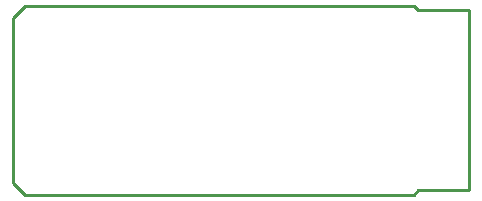
<source format=gm1>
%FSLAX44Y44*%
%MOMM*%
G71*
G01*
G75*
G04 Layer_Color=16711935*
%ADD10C,0.3000*%
%ADD11C,0.4000*%
%ADD12R,1.0000X1.0000*%
%ADD13R,2.1000X1.0000*%
%ADD14R,0.6000X0.6000*%
%ADD15R,3.9400X0.5000*%
%ADD16R,0.5000X2.0000*%
%ADD17R,2.6400X0.5000*%
%ADD18R,4.9000X0.5000*%
%ADD19R,0.5000X5.0000*%
%ADD20R,4.9000X0.9000*%
%ADD21R,0.5000X2.7000*%
%ADD22R,2.2000X1.0500*%
%ADD23R,1.0500X1.0000*%
%ADD24R,0.7500X0.6500*%
%ADD25R,0.2500X0.4000*%
%ADD26O,0.7500X0.2800*%
%ADD27O,0.2800X0.7500*%
%ADD28R,4.5000X4.5000*%
%ADD29R,0.6000X0.3500*%
%ADD30R,1.0000X1.6000*%
%ADD31R,0.6000X0.6000*%
%ADD32R,0.7000X0.9000*%
%ADD33C,0.1500*%
%ADD34C,0.2500*%
%ADD35R,0.5000X0.2259*%
%ADD36R,0.1818X0.4999*%
%ADD37R,0.4999X0.3145*%
%ADD38R,0.2939X0.5000*%
%ADD39R,0.2119X0.5000*%
%ADD40R,0.5860X0.9000*%
%ADD41R,0.4872X0.5000*%
%ADD42R,0.4658X0.5000*%
%ADD43R,0.4997X0.1609*%
%ADD44R,0.3013X0.5000*%
%ADD45R,0.8000X0.3000*%
%ADD46R,0.1270X0.9398*%
%ADD47R,1.0000X0.1000*%
%ADD48R,0.1000X0.7000*%
%ADD49R,0.9000X0.3000*%
%ADD50R,0.2000X0.8000*%
%ADD51R,0.2000X0.7000*%
%ADD52R,0.2000X0.6000*%
%ADD53R,0.8000X0.2000*%
%ADD54R,1.2056X0.3999*%
%ADD55R,0.2000X1.1000*%
%ADD56R,1.0562X0.1836*%
%ADD57R,0.5334X0.2032*%
%ADD58C,1.8000*%
%ADD59O,3.6000X1.5000*%
%ADD60C,1.0000*%
%ADD61R,1.0000X1.0000*%
%ADD62C,0.6000*%
%ADD63R,0.5000X15.1000*%
%ADD64R,1.2000X1.2000*%
%ADD65O,0.7000X0.2300*%
%ADD66O,0.2300X0.7000*%
%ADD67R,1.0000X1.0000*%
%ADD68R,0.5000X0.2500*%
%ADD69R,0.8000X1.4000*%
%ADD70R,1.1000X1.1000*%
%ADD71R,2.2000X1.1000*%
%ADD72R,0.7000X0.7000*%
%ADD73R,2.3000X1.1500*%
%ADD74R,1.1500X1.1000*%
%ADD75R,0.8500X0.7500*%
%ADD76O,0.8500X0.3800*%
%ADD77O,0.3800X0.8500*%
%ADD78R,0.7400X0.4900*%
%ADD79R,1.1000X1.7000*%
%ADD80R,0.7000X0.7000*%
%ADD81R,0.8000X1.0000*%
%ADD82C,1.9000*%
%ADD83O,3.7000X1.6000*%
%ADD84C,1.1000*%
%ADD85R,1.1000X1.1000*%
%ADD86C,0.2540*%
D86*
X2171026Y2448910D02*
Y2588910D01*
X2514272Y2443000D02*
X2546988D01*
X2557000Y2474612D02*
Y2552482D01*
X2514295Y2595000D02*
X2546031D01*
X2514272Y2443000D02*
X2557000D01*
Y2595000D01*
X2514295D02*
X2557000D01*
X2171026Y2448910D02*
Y2588910D01*
Y2448910D02*
X2180936Y2439000D01*
X2510272D01*
X2514272Y2443000D01*
X2171026Y2588910D02*
X2181116Y2599000D01*
X2510295D01*
X2514295Y2595000D01*
X2514220D02*
X2514295D01*
X2546988Y2443000D02*
X2557000D01*
Y2474612D01*
Y2552482D02*
Y2595000D01*
X2546031D02*
X2557000D01*
M02*

</source>
